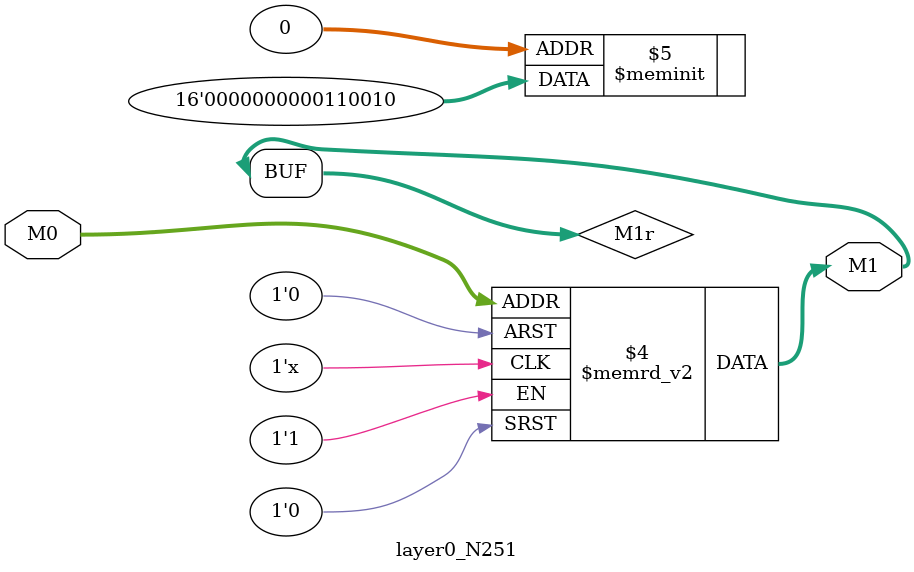
<source format=v>
module layer0_N251 ( input [2:0] M0, output [1:0] M1 );

	(*rom_style = "distributed" *) reg [1:0] M1r;
	assign M1 = M1r;
	always @ (M0) begin
		case (M0)
			3'b000: M1r = 2'b10;
			3'b100: M1r = 2'b00;
			3'b010: M1r = 2'b11;
			3'b110: M1r = 2'b00;
			3'b001: M1r = 2'b00;
			3'b101: M1r = 2'b00;
			3'b011: M1r = 2'b00;
			3'b111: M1r = 2'b00;

		endcase
	end
endmodule

</source>
